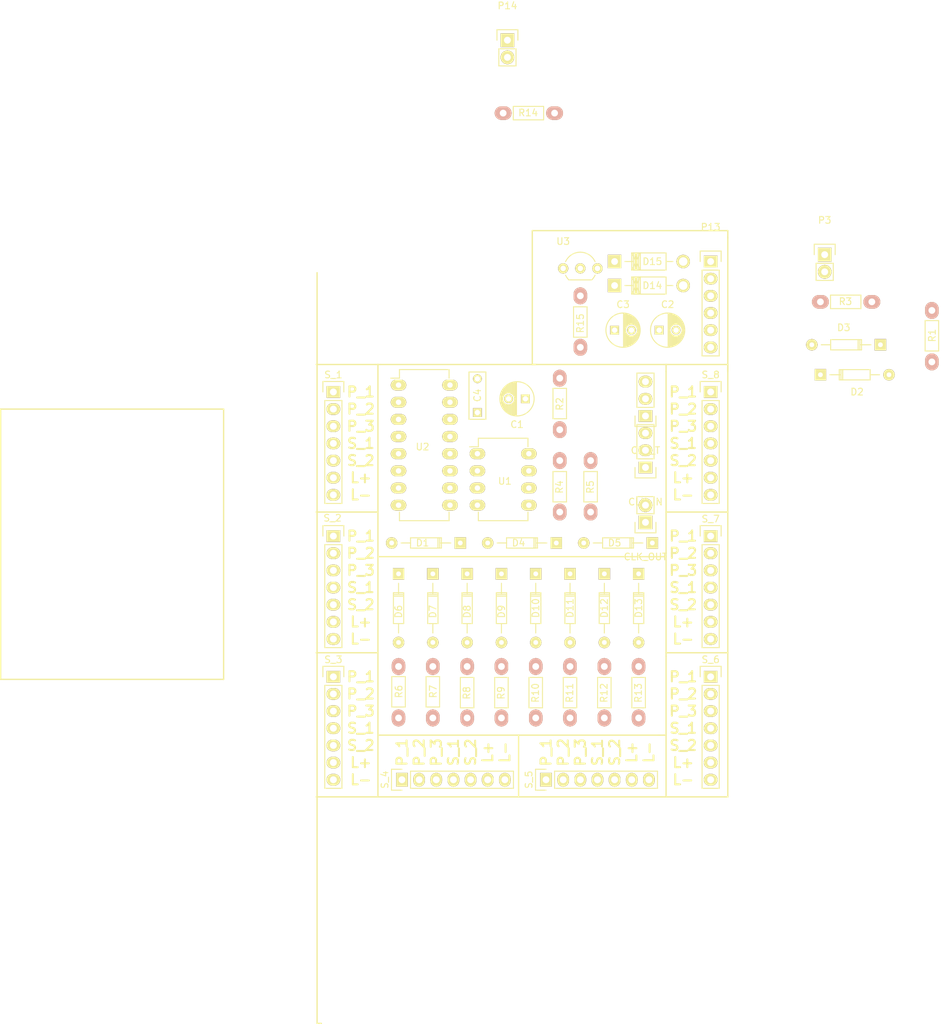
<source format=kicad_pcb>
(kicad_pcb (version 20221018) (generator pcbnew)
  (layers (0 "F.Cu" signal) (31 "B.Cu" signal) (34 "B.Paste" user) (35 "F.Paste" user) (36 "B.SilkS" user "B.Silkscreen") (37 "F.SilkS" user "F.Silkscreen") (38 "B.Mask" user) (39 "F.Mask" user) (44 "Edge.Cuts" user))
  (net 0 "")
  (net 1 "GND")
  (net 2 "+5V")
  (net 3 "Net-(D1-Pad1)")
  (net 4 "Net-(D10-Pad2)")
  (net 5 "Net-(D11-Pad2)")
  (net 6 "Net-(D12-Pad2)")
  (net 7 "Net-(D13-Pad2)")
  (net 8 "Net-(C2-Pad1)")
  (net 9 "Net-(D1-Pad2)")
  (net 10 "Net-(D2-Pad2)")
  (net 11 "Net-(D9-Pad2)")
  (net 12 "Net-(D9-Pad1)")
  (net 13 "Net-(D10-Pad1)")
  (net 14 "Net-(D11-Pad1)")
  (net 15 "Net-(D12-Pad1)")
  (net 16 "Net-(D13-Pad1)")
  (net 17 "Net-(P5-Pad1)")
  (net 18 "Net-(P5-Pad6)")
  (net 19 "Net-(P6-Pad1)")
  (net 20 "Net-(P6-Pad6)")
  (net 21 "Net-(P7-Pad1)")
  (net 22 "Net-(P7-Pad6)")
  (net 23 "Net-(P8-Pad1)")
  (net 24 "Net-(P8-Pad6)")
  (net 25 "Net-(P9-Pad1)")
  (net 26 "Net-(P9-Pad6)")
  (net 27 "Net-(P10-Pad1)")
  (net 28 "Net-(P10-Pad6)")
  (net 29 "Net-(P11-Pad1)")
  (net 30 "Net-(P11-Pad6)")
  (net 31 "Net-(C1-Pad1)")
  (net 32 "Net-(P13-Pad2)")
  (net 33 "Net-(P14-Pad2)")
  (net 34 "Net-(D4-Pad2)")
  (net 35 "Net-(D6-Pad2)")
  (net 36 "Net-(D6-Pad1)")
  (net 37 "Net-(D7-Pad2)")
  (net 38 "Net-(D7-Pad1)")
  (net 39 "Net-(D8-Pad2)")
  (net 40 "Net-(D8-Pad1)")
  (net 41 "Net-(P1-Pad2)")
  (net 42 "Net-(P4-Pad2)")
  (net 43 "Net-(P10-Pad5)")
  (net 44 "Net-(P12-Pad1)")
  (net 45 "Net-(R3-Pad1)")
  (net 46 "Net-(P12-Pad6)")
  (net 47 "Net-(P13-Pad5)")
  (footprint "Capacitors_ThroughHole:C_Rect_L7_W2.5_P5" (layer "F.Cu") (at 156.464 46.736 90)
    (fp_text reference "C4" (at 2.54 0 90) (layer "F.SilkS"))
    (fp_text value "100nF" hide)
    (pad "1" thru_hole rect (at 0 0 90) (size 1.3 1.3) (drill 0.8) (layers "*.Cu" "*.Mask" "F.SilkS") (net 2 "+5V"))
    (pad "2" thru_hole circle (at 5 0 90) (size 1.3 1.3) (drill 0.8) (layers "*.Cu" "*.Mask" "F.SilkS") (net 1 "GND"))
  )
  (footprint "Diodes_ThroughHole:Diode_DO-35_SOD27_Horizontal_RM10" (layer "F.Cu") (at 153.924 66.04 180)
    (fp_text reference "D1" (at 5.588 0 180) (layer "F.SilkS"))
    (fp_text value "1N4148" hide)
    (pad "1" thru_hole rect (at 0.00052 -0.00254) (size 1.69926 1.69926) (drill 0.70104) (layers "*.Cu" "*.Mask" "F.SilkS") (net 3 "Net-(D1-Pad1)"))
    (pad "2" thru_hole circle (at 10.16052 -0.00254) (size 1.69926 1.69926) (drill 0.70104) (layers "*.Cu" "*.Mask" "F.SilkS") (net 9 "Net-(D1-Pad2)"))
  )
  (footprint "Capacitors_ThroughHole:C_Radial_D5_L11_P2.5" (layer "F.Cu") (at 183.388 34.544)
    (fp_text reference "C2" (at 1.25 -3.8) (layer "F.SilkS"))
    (fp_text value "220uF" hide)
    (pad "1" thru_hole rect (at 0 0) (size 1.3 1.3) (drill 0.8) (layers "*.Cu" "*.Mask" "F.SilkS") (net 8 "Net-(C2-Pad1)"))
    (pad "2" thru_hole circle (at 2.5 0) (size 1.3 1.3) (drill 0.8) (layers "*.Cu" "*.Mask" "F.SilkS") (net 1 "GND"))
  )
  (footprint "synth-diy:Resistor_Horizontal_RM7mm_Wide" (layer "F.Cu") (at 223.774 31.623 -90)
    (fp_text reference "R1" (at 3.70892 -0.05012 270) (layer "F.SilkS"))
    (fp_text value "1k")
    (pad "1" thru_hole oval (at 0 0 270) (size 2.5 2) (drill 1.00076) (layers "*.Cu" "*.SilkS" "*.Mask") (net 10 "Net-(D2-Pad2)"))
    (pad "2" thru_hole oval (at 7.62 0 270) (size 2.5 2) (drill 1.00076) (layers "*.Cu" "*.SilkS" "*.Mask") (net 1 "GND"))
  )
  (footprint "synth-diy:Resistor_Horizontal_RM7mm_Wide" (layer "F.Cu") (at 168.656 41.656 -90)
    (fp_text reference "R2" (at 3.81 0 270) (layer "F.SilkS"))
    (fp_text value "1k" hide)
    (pad "1" thru_hole oval (at 0 0 270) (size 2.5 2) (drill 1.00076) (layers "*.Cu" "*.SilkS" "*.Mask") (net 42 "Net-(P4-Pad2)"))
    (pad "2" thru_hole oval (at 7.62 0 270) (size 2.5 2) (drill 1.00076) (layers "*.Cu" "*.SilkS" "*.Mask") (net 31 "Net-(C1-Pad1)"))
  )
  (footprint "synth-diy:Resistor_Horizontal_RM7mm_Wide" (layer "F.Cu") (at 207.264 30.353)
    (fp_text reference "R3" (at 3.70892 -0.05012) (layer "F.SilkS"))
    (fp_text value "20k")
    (pad "1" thru_hole oval (at 0 0) (size 2.5 2) (drill 1.00076) (layers "*.Cu" "*.SilkS" "*.Mask") (net 45 "Net-(R3-Pad1)"))
    (pad "2" thru_hole oval (at 7.62 0) (size 2.5 2) (drill 1.00076) (layers "*.Cu" "*.SilkS" "*.Mask") (net 10 "Net-(D2-Pad2)"))
  )
  (footprint "synth-diy:Resistor_Horizontal_RM7mm_Wide" (layer "F.Cu") (at 168.656 61.468 90)
    (fp_text reference "R4" (at 3.70892 -0.05012 90) (layer "F.SilkS"))
    (fp_text value "20k" hide)
    (pad "1" thru_hole oval (at 0 0 90) (size 2.5 2) (drill 1.00076) (layers "*.Cu" "*.SilkS" "*.Mask") (net 34 "Net-(D4-Pad2)"))
    (pad "2" thru_hole oval (at 7.62 0 90) (size 2.5 2) (drill 1.00076) (layers "*.Cu" "*.SilkS" "*.Mask") (net 9 "Net-(D1-Pad2)"))
  )
  (footprint "synth-diy:Resistor_Horizontal_RM7mm_Wide" (layer "F.Cu") (at 173.228 61.468 90)
    (fp_text reference "R5" (at 3.70892 -0.05012 90) (layer "F.SilkS"))
    (fp_text value "1k" hide)
    (pad "1" thru_hole oval (at 0 0 90) (size 2.5 2) (drill 1.00076) (layers "*.Cu" "*.SilkS" "*.Mask") (net 1 "GND"))
    (pad "2" thru_hole oval (at 7.62 0 90) (size 2.5 2) (drill 1.00076) (layers "*.Cu" "*.SilkS" "*.Mask") (net 34 "Net-(D4-Pad2)"))
  )
  (footprint "synth-diy:Resistor_Horizontal_RM7mm_Wide" (layer "F.Cu") (at 144.78 84.328 -90)
    (fp_text reference "R6" (at 3.70892 -0.05012 270) (layer "F.SilkS"))
    (fp_text value "10k" hide)
    (pad "1" thru_hole oval (at 0 0 270) (size 2.5 2) (drill 1.00076) (layers "*.Cu" "*.SilkS" "*.Mask") (net 18 "Net-(P5-Pad6)"))
    (pad "2" thru_hole oval (at 7.62 0 270) (size 2.5 2) (drill 1.00076) (layers "*.Cu" "*.SilkS" "*.Mask") (net 17 "Net-(P5-Pad1)"))
  )
  (footprint "synth-diy:Resistor_Horizontal_RM7mm_Wide" (layer "F.Cu") (at 149.86 84.328 -90)
    (fp_text reference "R7" (at 3.70892 -0.05012 270) (layer "F.SilkS"))
    (fp_text value "10k" hide)
    (pad "1" thru_hole oval (at 0 0 270) (size 2.5 2) (drill 1.00076) (layers "*.Cu" "*.SilkS" "*.Mask") (net 20 "Net-(P6-Pad6)"))
    (pad "2" thru_hole oval (at 7.62 0 270) (size 2.5 2) (drill 1.00076) (layers "*.Cu" "*.SilkS" "*.Mask") (net 19 "Net-(P6-Pad1)"))
  )
  (footprint "Diodes_ThroughHole:Diode_DO-35_SOD27_Horizontal_RM10" (layer "F.Cu") (at 207.264 41.148)
    (fp_text reference "D2" (at 5.43052 2.53746) (layer "F.SilkS"))
    (fp_text value "1N4148")
    (pad "1" thru_hole rect (at 0.00052 -0.00254 180) (size 1.69926 1.69926) (drill 0.70104) (layers "*.Cu" "*.Mask" "F.SilkS") (net 2 "+5V"))
    (pad "2" thru_hole circle (at 10.16052 -0.00254 180) (size 1.69926 1.69926) (drill 0.70104) (layers "*.Cu" "*.Mask" "F.SilkS") (net 10 "Net-(D2-Pad2)"))
  )
  (footprint "Diodes_ThroughHole:Diode_DO-35_SOD27_Horizontal_RM10" (layer "F.Cu") (at 168.148 66.04 180)
    (fp_text reference "D4" (at 5.588 0 180) (layer "F.SilkS"))
    (fp_text value "1N4148" hide)
    (pad "1" thru_hole rect (at 0.00052 -0.00254) (size 1.69926 1.69926) (drill 0.70104) (layers "*.Cu" "*.Mask" "F.SilkS") (net 2 "+5V"))
    (pad "2" thru_hole circle (at 10.16052 -0.00254) (size 1.69926 1.69926) (drill 0.70104) (layers "*.Cu" "*.Mask" "F.SilkS") (net 34 "Net-(D4-Pad2)"))
  )
  (footprint "Diodes_ThroughHole:Diode_DO-35_SOD27_Horizontal_RM10" (layer "F.Cu") (at 182.372 66.04 180)
    (fp_text reference "D5" (at 5.588 0 180) (layer "F.SilkS"))
    (fp_text value "1N4148" hide)
    (pad "1" thru_hole rect (at 0.00052 -0.00254) (size 1.69926 1.69926) (drill 0.70104) (layers "*.Cu" "*.Mask" "F.SilkS") (net 34 "Net-(D4-Pad2)"))
    (pad "2" thru_hole circle (at 10.16052 -0.00254) (size 1.69926 1.69926) (drill 0.70104) (layers "*.Cu" "*.Mask" "F.SilkS") (net 1 "GND"))
  )
  (footprint "Diodes_ThroughHole:Diode_DO-35_SOD27_Horizontal_RM10" (layer "F.Cu") (at 149.86 70.612 -90)
    (fp_text reference "D7" (at 5.588 0 270) (layer "F.SilkS"))
    (fp_text value "1N4148" hide)
    (pad "1" thru_hole rect (at 0.00052 -0.00254 90) (size 1.69926 1.69926) (drill 0.70104) (layers "*.Cu" "*.Mask" "F.SilkS") (net 38 "Net-(D7-Pad1)"))
    (pad "2" thru_hole circle (at 10.16052 -0.00254 90) (size 1.69926 1.69926) (drill 0.70104) (layers "*.Cu" "*.Mask" "F.SilkS") (net 37 "Net-(D7-Pad2)"))
  )
  (footprint "Diodes_ThroughHole:Diode_DO-35_SOD27_Horizontal_RM10" (layer "F.Cu") (at 160.02 70.612 -90)
    (fp_text reference "D9" (at 5.588 0 270) (layer "F.SilkS"))
    (fp_text value "1N4148" hide)
    (pad "1" thru_hole rect (at 0.00052 -0.00254 90) (size 1.69926 1.69926) (drill 0.70104) (layers "*.Cu" "*.Mask" "F.SilkS") (net 12 "Net-(D9-Pad1)"))
    (pad "2" thru_hole circle (at 10.16052 -0.00254 90) (size 1.69926 1.69926) (drill 0.70104) (layers "*.Cu" "*.Mask" "F.SilkS") (net 11 "Net-(D9-Pad2)"))
  )
  (footprint "Diodes_ThroughHole:Diode_DO-35_SOD27_Horizontal_RM10" (layer "F.Cu") (at 165.1 70.612 -90)
    (fp_text reference "D10" (at 5.08 0 270) (layer "F.SilkS"))
    (fp_text value "1N4148" hide)
    (pad "1" thru_hole rect (at 0.00052 -0.00254 90) (size 1.69926 1.69926) (drill 0.70104) (layers "*.Cu" "*.Mask" "F.SilkS") (net 13 "Net-(D10-Pad1)"))
    (pad "2" thru_hole circle (at 10.16052 -0.00254 90) (size 1.69926 1.69926) (drill 0.70104) (layers "*.Cu" "*.Mask" "F.SilkS") (net 4 "Net-(D10-Pad2)"))
  )
  (footprint "Diodes_ThroughHole:Diode_DO-35_SOD27_Horizontal_RM10" (layer "F.Cu") (at 170.18 70.612 -90)
    (fp_text reference "D11" (at 5.08 0 270) (layer "F.SilkS"))
    (fp_text value "1N4148" hide)
    (pad "1" thru_hole rect (at 0.00052 -0.00254 90) (size 1.69926 1.69926) (drill 0.70104) (layers "*.Cu" "*.Mask" "F.SilkS") (net 14 "Net-(D11-Pad1)"))
    (pad "2" thru_hole circle (at 10.16052 -0.00254 90) (size 1.69926 1.69926) (drill 0.70104) (layers "*.Cu" "*.Mask" "F.SilkS") (net 5 "Net-(D11-Pad2)"))
  )
  (footprint "Diodes_ThroughHole:Diode_DO-35_SOD27_Horizontal_RM10" (layer "F.Cu") (at 175.26 70.612 -90)
    (fp_text reference "D12" (at 5.08 0 270) (layer "F.SilkS"))
    (fp_text value "1N4148" hide)
    (pad "1" thru_hole rect (at 0.00052 -0.00254 90) (size 1.69926 1.69926) (drill 0.70104) (layers "*.Cu" "*.Mask" "F.SilkS") (net 15 "Net-(D12-Pad1)"))
    (pad "2" thru_hole circle (at 10.16052 -0.00254 90) (size 1.69926 1.69926) (drill 0.70104) (layers "*.Cu" "*.Mask" "F.SilkS") (net 6 "Net-(D12-Pad2)"))
  )
  (footprint "Diodes_ThroughHole:Diode_DO-35_SOD27_Horizontal_RM10" (layer "F.Cu") (at 180.34 70.612 -90)
    (fp_text reference "D13" (at 5.08 0 270) (layer "F.SilkS"))
    (fp_text value "1N4148" hide)
    (pad "1" thru_hole rect (at 0.00052 -0.00254 90) (size 1.69926 1.69926) (drill 0.70104) (layers "*.Cu" "*.Mask" "F.SilkS") (net 16 "Net-(D13-Pad1)"))
    (pad "2" thru_hole circle (at 10.16052 -0.00254 90) (size 1.69926 1.69926) (drill 0.70104) (layers "*.Cu" "*.Mask" "F.SilkS") (net 7 "Net-(D13-Pad2)"))
  )
  (footprint "Pin_Headers:Pin_Header_Straight_1x02" (layer "F.Cu") (at 207.899 23.368)
    (fp_text reference "P3" (at 0 -5.1) (layer "F.SilkS"))
    (fp_text value "RST")
    (pad "1" thru_hole rect (at 0 0) (size 2.032 2.032) (drill 1.016) (layers "*.Cu" "*.Mask" "F.SilkS") (net 1 "GND"))
    (pad "2" thru_hole oval (at 0 2.54) (size 2.032 2.032) (drill 1.016) (layers "*.Cu" "*.Mask" "F.SilkS") (net 10 "Net-(D2-Pad2)"))
  )
  (footprint "Pin_Headers:Pin_Header_Straight_1x07" (layer "F.Cu") (at 135.128 43.688)
    (fp_text reference "S_1" (at 0 -2.54) (layer "F.SilkS"))
    (fp_text value "STEP_1" hide)
    (pad "1" thru_hole rect (at 0 0) (size 2.032 1.7272) (drill 1.016) (layers "*.Cu" "*.Mask" "F.SilkS") (net 17 "Net-(P5-Pad1)"))
    (pad "2" thru_hole oval (at 0 2.54) (size 2.032 1.7272) (drill 1.016) (layers "*.Cu" "*.Mask" "F.SilkS") (net 35 "Net-(D6-Pad2)"))
    (pad "3" thru_hole oval (at 0 5.08) (size 2.032 1.7272) (drill 1.016) (layers "*.Cu" "*.Mask" "F.SilkS") (net 1 "GND"))
    (pad "4" thru_hole oval (at 0 7.62) (size 2.032 1.7272) (drill 1.016) (layers "*.Cu" "*.Mask" "F.SilkS") (net 36 "Net-(D6-Pad1)"))
    (pad "5" thru_hole oval (at 0 10.16) (size 2.032 1.7272) (drill 1.016) (layers "*.Cu" "*.Mask" "F.SilkS") (net 43 "Net-(P10-Pad5)"))
    (pad "6" thru_hole oval (at 0 12.7) (size 2.032 1.7272) (drill 1.016) (layers "*.Cu" "*.Mask" "F.SilkS") (net 18 "Net-(P5-Pad6)"))
    (pad "7" thru_hole oval (at 0 15.24) (size 2.032 1.7272) (drill 1.016) (layers "*.Cu" "*.Mask" "F.SilkS") (net 1 "GND"))
  )
  (footprint "Pin_Headers:Pin_Header_Straight_1x07" (layer "F.Cu") (at 135.128 65.024)
    (fp_text reference "S_2" (at -0.127 -2.667) (layer "F.SilkS"))
    (fp_text value "STEP_2" hide)
    (pad "1" thru_hole rect (at 0 0) (size 2.032 1.7272) (drill 1.016) (layers "*.Cu" "*.Mask" "F.SilkS") (net 19 "Net-(P6-Pad1)"))
    (pad "2" thru_hole oval (at 0 2.54) (size 2.032 1.7272) (drill 1.016) (layers "*.Cu" "*.Mask" "F.SilkS") (net 37 "Net-(D7-Pad2)"))
    (pad "3" thru_hole oval (at 0 5.08) (size 2.032 1.7272) (drill 1.016) (layers "*.Cu" "*.Mask" "F.SilkS") (net 1 "GND"))
    (pad "4" thru_hole oval (at 0 7.62) (size 2.032 1.7272) (drill 1.016) (layers "*.Cu" "*.Mask" "F.SilkS") (net 38 "Net-(D7-Pad1)"))
    (pad "5" thru_hole oval (at 0 10.16) (size 2.032 1.7272) (drill 1.016) (layers "*.Cu" "*.Mask" "F.SilkS") (net 43 "Net-(P10-Pad5)"))
    (pad "6" thru_hole oval (at 0 12.7) (size 2.032 1.7272) (drill 1.016) (layers "*.Cu" "*.Mask" "F.SilkS") (net 20 "Net-(P6-Pad6)"))
    (pad "7" thru_hole oval (at 0 15.24) (size 2.032 1.7272) (drill 1.016) (layers "*.Cu" "*.Mask" "F.SilkS") (net 1 "GND"))
  )
  (footprint "Pin_Headers:Pin_Header_Straight_1x07" (layer "F.Cu") (at 135.128 85.852)
    (fp_text reference "S_3" (at 0 -2.54) (layer "F.SilkS"))
    (fp_text value "STEP_3" hide)
    (pad "1" thru_hole rect (at 0 0) (size 2.032 1.7272) (drill 1.016) (layers "*.Cu" "*.Mask" "F.SilkS") (net 21 "Net-(P7-Pad1)"))
    (pad "2" thru_hole oval (at 0 2.54) (size 2.032 1.7272) (drill 1.016) (layers "*.Cu" "*.Mask" "F.SilkS") (net 39 "Net-(D8-Pad2)"))
    (pad "3" thru_hole oval (at 0 5.08) (size 2.032 1.7272) (drill 1.016) (layers "*.Cu" "*.Mask" "F.SilkS") (net 1 "GND"))
    (pad "4" thru_hole oval (at 0 7.62) (size 2.032 1.7272) (drill 1.016) (layers "*.Cu" "*.Mask" "F.SilkS") (net 40 "Net-(D8-Pad1)"))
    (pad "5" thru_hole oval (at 0 10.16) (size 2.032 1.7272) (drill 1.016) (layers "*.Cu" "*.Mask" "F.SilkS") (net 43 "Net-(P10-Pad5)"))
    (pad "6" thru_hole oval (at 0 12.7) (size 2.032 1.7272) (drill 1.016) (layers "*.Cu" "*.Mask" "F.SilkS") (net 22 "Net-(P7-Pad6)"))
    (pad "7" thru_hole oval (at 0 15.24) (size 2.032 1.7272) (drill 1.016) (layers "*.Cu" "*.Mask" "F.SilkS") (net 1 "GND"))
  )
  (footprint "Pin_Headers:Pin_Header_Straight_1x07" (layer "F.Cu") (at 145.288 101.092 90)
    (fp_text reference "S_4" (at 0 -2.54 90) (layer "F.SilkS"))
    (fp_text value "STEP_4" hide)
    (pad "1" thru_hole rect (at 0 0 90) (size 2.032 1.7272) (drill 1.016) (layers "*.Cu" "*.Mask" "F.SilkS") (net 23 "Net-(P8-Pad1)"))
    (pad "2" thru_hole oval (at 0 2.54 90) (size 2.032 1.7272) (drill 1.016) (layers "*.Cu" "*.Mask" "F.SilkS") (net 11 "Net-(D9-Pad2)"))
    (pad "3" thru_hole oval (at 0 5.08 90) (size 2.032 1.7272) (drill 1.016) (layers "*.Cu" "*.Mask" "F.SilkS") (net 1 "GND"))
    (pad "4" thru_hole oval (at 0 7.62 90) (size 2.032 1.7272) (drill 1.016) (layers "*.Cu" "*.Mask" "F.SilkS") (net 12 "Net-(D9-Pad1)"))
    (pad "5" thru_hole oval (at 0 10.16 90) (size 2.032 1.7272) (drill 1.016) (layers "*.Cu" "*.Mask" "F.SilkS") (net 43 "Net-(P10-Pad5)"))
    (pad "6" thru_hole oval (at 0 12.7 90) (size 2.032 1.7272) (drill 1.016) (layers "*.Cu" "*.Mask" "F.SilkS") (net 24 "Net-(P8-Pad6)"))
    (pad "7" thru_hole oval (at 0 15.24 90) (size 2.032 1.7272) (drill 1.016) (layers "*.Cu" "*.Mask" "F.SilkS") (net 1 "GND"))
  )
  (footprint "Pin_Headers:Pin_Header_Straight_1x07" (layer "F.Cu") (at 166.624 101.092 90)
    (fp_text reference "S_5" (at 0 -2.54 90) (layer "F.SilkS"))
    (fp_text value "STEP_5" hide)
    (pad "1" thru_hole rect (at 0 0 90) (size 2.032 1.7272) (drill 1.016) (layers "*.Cu" "*.Mask" "F.SilkS") (net 25 "Net-(P9-Pad1)"))
    (pad "2" thru_hole oval (at 0 2.54 90) (size 2.032 1.7272) (drill 1.016) (layers "*.Cu" "*.Mask" "F.SilkS") (net 4 "Net-(D10-Pad2)"))
    (pad "3" thru_hole oval (at 0 5.08 90) (size 2.032 1.7272) (drill 1.016) (layers "*.Cu" "*.Mask" "F.SilkS") (net 1 "GND"))
    (pad "4" thru_hole oval (at 0 7.62 90) (size 2.032 1.7272) (drill 1.016) (layers "*.Cu" "*.Mask" "F.SilkS") (net 13 "Net-(D10-Pad1)"))
    (pad "5" thru_hole oval (at 0 10.16 90) (size 2.032 1.7272) (drill 1.016) (layers "*.Cu" "*.Mask" "F.SilkS") (net 43 "Net-(P10-Pad5)"))
    (pad "6" thru_hole oval (at 0 12.7 90) (size 2.032 1.7272) (drill 1.016) (layers "*.Cu" "*.Mask" "F.SilkS") (net 26 "Net-(P9-Pad6)"))
    (pad "7" thru_hole oval (at 0 15.24 90) (size 2.032 1.7272) (drill 1.016) (layers "*.Cu" "*.Mask" "F.SilkS") (net 1 "GND"))
  )
  (footprint "Pin_Headers:Pin_Header_Straight_1x07" (layer "F.Cu") (at 191.008 85.852)
    (fp_text reference "S_6" (at 0 -2.54) (layer "F.SilkS"))
    (fp_text value "STEP_6" hide)
    (pad "1" thru_hole rect (at 0 0) (size 2.032 1.7272) (drill 1.016) (layers "*.Cu" "*.Mask" "F.SilkS") (net 27 "Net-(P10-Pad1)"))
    (pad "2" thru_hole oval (at 0 2.54) (size 2.032 1.7272) (drill 1.016) (layers "*.Cu" "*.Mask" "F.SilkS") (net 5 "Net-(D11-Pad2)"))
    (pad "3" thru_hole oval (at 0 5.08) (size 2.032 1.7272) (drill 1.016) (layers "*.Cu" "*.Mask" "F.SilkS") (net 1 "GND"))
    (pad "4" thru_hole oval (at 0 7.62) (size 2.032 1.7272) (drill 1.016) (layers "*.Cu" "*.Mask" "F.SilkS") (net 14 "Net-(D11-Pad1)"))
    (pad "5" thru_hole oval (at 0 10.16) (size 2.032 1.7272) (drill 1.016) (layers "*.Cu" "*.Mask" "F.SilkS") (net 43 "Net-(P10-Pad5)"))
    (pad "6" thru_hole oval (at 0 12.7) (size 2.032 1.7272) (drill 1.016) (layers "*.Cu" "*.Mask" "F.SilkS") (net 28 "Net-(P10-Pad6)"))
    (pad "7" thru_hole oval (at 0 15.24) (size 2.032 1.7272) (drill 1.016) (layers "*.Cu" "*.Mask" "F.SilkS") (net 1 "GND"))
  )
  (footprint "Pin_Headers:Pin_Header_Straight_1x07" (layer "F.Cu") (at 191.008 65.024)
    (fp_text reference "S_7" (at 0 -2.54) (layer "F.SilkS"))
    (fp_text value "STEP_7" hide)
    (pad "1" thru_hole rect (at 0 0) (size 2.032 1.7272) (drill 1.016) (layers "*.Cu" "*.Mask" "F.SilkS") (net 29 "Net-(P11-Pad1)"))
    (pad "2" thru_hole oval (at 0 2.54) (size 2.032 1.7272) (drill 1.016) (layers "*.Cu" "*.Mask" "F.SilkS") (net 6 "Net-(D12-Pad2)"))
    (pad "3" thru_hole oval (at 0 5.08) (size 2.032 1.7272) (drill 1.016) (layers "*.Cu" "*.Mask" "F.SilkS") (net 1 "GND"))
    (pad "4" thru_hole oval (at 0 7.62) (size 2.032 1.7272) (drill 1.016) (layers "*.Cu" "*.Mask" "F.SilkS") (net 15 "Net-(D12-Pad1)"))
    (pad "5" thru_hole oval (at 0 10.16) (size 2.032 1.7272) (drill 1.016) (layers "*.Cu" "*.Mask" "F.SilkS") (net 43 "Net-(P10-Pad5)"))
    (pad "6" thru_hole oval (at 0 12.7) (size 2.032 1.7272) (drill 1.016) (layers "*.Cu" "*.Mask" "F.SilkS") (net 30 "Net-(P11-Pad6)"))
    (pad "7" thru_hole oval (at 0 15.24) (size 2.032 1.7272) (drill 1.016) (layers "*.Cu" "*.Mask" "F.SilkS") (net 1 "GND"))
  )
  (footprint "synth-diy:Resistor_Horizontal_RM7mm_Wide" (layer "F.Cu") (at 154.94 91.948 90)
    (fp_text reference "R8" (at 3.70892 -0.05012 90) (layer "F.SilkS"))
    (fp_text value "10k" hide)
    (pad "1" thru_hole oval (at 0 0 90) (size 2.5 2) (drill 1.00076) (layers "*.Cu" "*.SilkS" "*.Mask") (net 22 "Net-(P7-Pad6)"))
    (pad "2" thru_hole oval (at 7.62 0 90) (size 2.5 2) (drill 1.00076) (layers "*.Cu" "*.SilkS" "*.Mask") (net 21 "Net-(P7-Pad1)"))
  )
  (footprint "synth-diy:Resistor_Horizontal_RM7mm_Wide" (layer "F.Cu") (at 160.02 91.948 90)
    (fp_text reference "R9" (at 3.70892 -0.05012 90) (layer "F.SilkS"))
    (fp_text value "10k" hide)
    (pad "1" thru_hole oval (at 0 0 90) (size 2.5 2) (drill 1.00076) (layers "*.Cu" "*.SilkS" "*.Mask") (net 24 "Net-(P8-Pad6)"))
    (pad "2" thru_hole oval (at 7.62 0 90) (size 2.5 2) (drill 1.00076) (layers "*.Cu" "*.SilkS" "*.Mask") (net 23 "Net-(P8-Pad1)"))
  )
  (footprint "synth-diy:Resistor_Horizontal_RM7mm_Wide" (layer "F.Cu") (at 165.1 91.948 90)
    (fp_text reference "R10" (at 3.70892 -0.05012 90) (layer "F.SilkS"))
    (fp_text value "10k" hide)
    (pad "1" thru_hole oval (at 0 0 90) (size 2.5 2) (drill 1.00076) (layers "*.Cu" "*.SilkS" "*.Mask") (net 26 "Net-(P9-Pad6)"))
    (pad "2" thru_hole oval (at 7.62 0 90) (size 2.5 2) (drill 1.00076) (layers "*.Cu" "*.SilkS" "*.Mask") (net 25 "Net-(P9-Pad1)"))
  )
  (footprint "synth-diy:Resistor_Horizontal_RM7mm_Wide" (layer "F.Cu") (at 170.18 91.948 90)
    (fp_text reference "R11" (at 3.70892 -0.05012 90) (layer "F.SilkS"))
    (fp_text value "10k" hide)
    (pad "1" thru_hole oval (at 0 0 90) (size 2.5 2) (drill 1.00076) (layers "*.Cu" "*.SilkS" "*.Mask") (net 28 "Net-(P10-Pad6)"))
    (pad "2" thru_hole oval (at 7.62 0 90) (size 2.5 2) (drill 1.00076) (layers "*.Cu" "*.SilkS" "*.Mask") (net 27 "Net-(P10-Pad1)"))
  )
  (footprint "synth-diy:Resistor_Horizontal_RM7mm_Wide" (layer "F.Cu") (at 175.26 91.948 90)
    (fp_text reference "R12" (at 3.70892 -0.05012 90) (layer "F.SilkS"))
    (fp_text value "10k" hide)
    (pad "1" thru_hole oval (at 0 0 90) (size 2.5 2) (drill 1.00076) (layers "*.Cu" "*.SilkS" "*.Mask") (net 30 "Net-(P11-Pad6)"))
    (pad "2" thru_hole oval (at 7.62 0 90) (size 2.5 2) (drill 1.00076) (layers "*.Cu" "*.SilkS" "*.Mask") (net 29 "Net-(P11-Pad1)"))
  )
  (footprint "synth-diy:Resistor_Horizontal_RM7mm_Wide" (layer "F.Cu") (at 180.34 91.948 90)
    (fp_text reference "R13" (at 3.70892 -0.05012 90) (layer "F.SilkS"))
    (fp_text value "10k" hide)
    (pad "1" thru_hole oval (at 0 0 90) (size 2.5 2) (drill 1.00076) (layers "*.Cu" "*.SilkS" "*.Mask") (net 46 "Net-(P12-Pad6)"))
    (pad "2" thru_hole oval (at 7.62 0 90) (size 2.5 2) (drill 1.00076) (layers "*.Cu" "*.SilkS" "*.Mask") (net 44 "Net-(P12-Pad1)"))
  )
  (footprint "synth-diy:Resistor_Horizontal_RM7mm_Wide" (layer "F.Cu") (at 160.274 2.413)
    (fp_text reference "R14" (at 3.70892 -0.05012) (layer "F.SilkS"))
    (fp_text value "1k")
    (pad "1" thru_hole oval (at 0 0) (size 2.5 2) (drill 1.00076) (layers "*.Cu" "*.SilkS" "*.Mask") (net 33 "Net-(P14-Pad2)"))
    (pad "2" thru_hole oval (at 7.62 0) (size 2.5 2) (drill 1.00076) (layers "*.Cu" "*.SilkS" "*.Mask") (net 43 "Net-(P10-Pad5)"))
  )
  (footprint "Capacitors_ThroughHole:C_Radial_D5_L11_P2.5" (layer "F.Cu") (at 163.576 44.704 180)
    (fp_text reference "C1" (at 1.25 -3.8 180) (layer "F.SilkS"))
    (fp_text value "10uF")
    (pad "1" thru_hole rect (at 0 0 180) (size 1.3 1.3) (drill 0.8) (layers "*.Cu" "*.Mask" "F.SilkS") (net 31 "Net-(C1-Pad1)"))
    (pad "2" thru_hole circle (at 2.5 0 180) (size 1.3 1.3) (drill 0.8) (layers "*.Cu" "*.Mask" "F.SilkS") (net 1 "GND"))
  )
  (footprint "Capacitors_ThroughHole:C_Radial_D5_L11_P2.5" (layer "F.Cu") (at 176.784 34.544)
    (fp_text reference "C3" (at 1.25 -3.8) (layer "F.SilkS"))
    (fp_text value "47uF" hide)
    (pad "1" thru_hole rect (at 0 0) (size 1.3 1.3) (drill 0.8) (layers "*.Cu" "*.Mask" "F.SilkS") (net 2 "+5V"))
    (pad "2" thru_hole circle (at 2.5 0) (size 1.3 1.3) (drill 0.8) (layers "*.Cu" "*.Mask" "F.SilkS") (net 1 "GND"))
  )
  (footprint "Diodes_ThroughHole:Diode_DO-35_SOD27_Horizontal_RM10" (layer "F.Cu") (at 154.94 70.612 -90)
    (fp_text reference "D8" (at 5.588 0 270) (layer "F.SilkS"))
    (fp_text value "1N4148" hide)
    (pad "1" thru_hole rect (at 0.00052 -0.00254 90) (size 1.69926 1.69926) (drill 0.70104) (layers "*.Cu" "*.Mask" "F.SilkS") (net 40 "Net-(D8-Pad1)"))
    (pad "2" thru_hole circle (at 10.16052 -0.00254 90) (size 1.69926 1.69926) (drill 0.70104) (layers "*.Cu" "*.Mask" "F.SilkS") (net 39 "Net-(D8-Pad2)"))
  )
  (footprint "synth-diy:Resistor_Horizontal_RM7mm_Wide" (layer "F.Cu") (at 171.704 37.084 90)
    (fp_text reference "R15" (at 3.556 0 90) (layer "F.SilkS"))
    (fp_text value "10k")
    (pad "1" thru_hole oval (at 0 0 90) (size 2.5 2) (drill 1.00076) (layers "*.Cu" "*.SilkS" "*.Mask") (net 47 "Net-(P13-Pad5)"))
    (pad "2" thru_hole oval (at 7.62 0 90) (size 2.5 2) (drill 1.00076) (layers "*.Cu" "*.SilkS" "*.Mask") (net 8 "Net-(C2-Pad1)"))
  )
  (footprint "Diodes_ThroughHole:Diode_DO-35_SOD27_Horizontal_RM10" (layer "F.Cu") (at 216.154 36.703 180)
    (fp_text reference "D3" (at 5.43052 2.53746 180) (layer "F.SilkS"))
    (fp_text value "1N4148")
    (pad "1" thru_hole rect (at 0.00052 -0.00254) (size 1.69926 1.69926) (drill 0.70104) (layers "*.Cu" "*.Mask" "F.SilkS") (net 10 "Net-(D2-Pad2)"))
    (pad "2" thru_hole circle (at 10.16052 -0.00254) (size 1.69926 1.69926) (drill 0.70104) (layers "*.Cu" "*.Mask" "F.SilkS") (net 1 "GND"))
  )
  (footprint "Diodes_ThroughHole:Diode_DO-35_SOD27_Horizontal_RM10" (layer "F.Cu") (at 144.78 70.612 -90)
    (fp_text reference "D6" (at 5.588 0 270) (layer "F.SilkS"))
    (fp_text value "1N4148" hide)
    (pad "1" thru_hole rect (at 0.00052 -0.00254 90) (size 1.69926 1.69926) (drill 0.70104) (layers "*.Cu" "*.Mask" "F.SilkS") (net 36 "Net-(D6-Pad1)"))
    (pad "2" thru_hole circle (at 10.16052 -0.00254 90) (size 1.69926 1.69926) (drill 0.70104) (layers "*.Cu" "*.Mask" "F.SilkS") (net 35 "Net-(D6-Pad2)"))
  )
  (footprint "Diodes_ThroughHole:Diode_DO-41_SOD81_Horizontal_RM10" (layer "F.Cu") (at 176.784 27.94)
    (fp_text reference "D14" (at 5.588 0) (layer "F.SilkS"))
    (fp_text value "1N4004" hide)
    (pad "1" thru_hole rect (at 0 -0.00254 180) (size 1.99898 1.99898) (drill 1.00076) (layers "*.Cu" "*.Mask" "F.SilkS") (net 8 "Net-(C2-Pad1)"))
    (pad "2" thru_hole circle (at 10.16 -0.00254 180) (size 1.99898 1.99898) (drill 1.27) (layers "*.Cu" "*.Mask" "F.SilkS") (net 1 "GND"))
  )
  (footprint "Diodes_ThroughHole:Diode_DO-41_SOD81_Horizontal_RM10" (layer "F.Cu") (at 176.784 24.384)
    (fp_text reference "D15" (at 5.588 0) (layer "F.SilkS"))
    (fp_text value "1N4004" hide)
    (pad "1" thru_hole rect (at 0 -0.00254 180) (size 1.99898 1.99898) (drill 1.00076) (layers "*.Cu" "*.Mask" "F.SilkS") (net 8 "Net-(C2-Pad1)"))
    (pad "2" thru_hole circle (at 10.16 -0.00254 180) (size 1.99898 1.99898) (drill 1.27) (layers "*.Cu" "*.Mask" "F.SilkS") (net 2 "+5V"))
  )
  (footprint "Pin_Headers:Pin_Header_Straight_1x03" (layer "F.Cu") (at 181.356 54.864 180)
    (fp_text reference "CLK_IN" (at 0 -5.1 180) (layer "F.SilkS"))
    (fp_text value "CLK_IN" hide)
    (pad "1" thru_hole rect (at 0 0 180) (size 2.032 1.7272) (drill 1.016) (layers "*.Cu" "*.Mask" "F.SilkS") (net 1 "GND"))
    (pad "2" thru_hole oval (at 0 2.54 180) (size 2.032 1.7272) (drill 1.016) (layers "*.Cu" "*.Mask" "F.SilkS") (net 41 "Net-(P1-Pad2)"))
    (pad "3" thru_hole oval (at 0 5.08 180) (size 2.032 1.7272) (drill 1.016) (layers "*.Cu" "*.Mask" "F.SilkS") (net 34 "Net-(D4-Pad2)"))
  )
  (footprint "Pin_Headers:Pin_Header_Straight_1x02" (layer "F.Cu") (at 181.356 62.992 180)
    (fp_text reference "CLK_OUT" (at 0 -5.1 180) (layer "F.SilkS"))
    (fp_text value "CLK_OUT" hide)
    (pad "1" thru_hole rect (at 0 0 180) (size 2.032 2.032) (drill 1.016) (layers "*.Cu" "*.Mask" "F.SilkS") (net 1 "GND"))
    (pad "2" thru_hole oval (at 0 2.54 180) (size 2.032 2.032) (drill 1.016) (layers "*.Cu" "*.Mask" "F.SilkS") (net 3 "Net-(D1-Pad1)"))
  )
  (footprint "Pin_Headers:Pin_Header_Straight_1x03" (layer "F.Cu") (at 181.356 47.244 180)
    (fp_text reference "CLK_T" (at 0 -5.1 180) (layer "F.SilkS"))
    (fp_text value "CLK_TIME" hide)
    (pad "1" thru_hole rect (at 0 0 180) (size 2.032 1.7272) (drill 1.016) (layers "*.Cu" "*.Mask" "F.SilkS") (net 2 "+5V"))
    (pad "2" thru_hole oval (at 0 2.54 180) (size 2.032 1.7272) (drill 1.016) (layers "*.Cu" "*.Mask" "F.SilkS") (net 42 "Net-(P4-Pad2)"))
    (pad "3" thru_hole oval (at 0 5.08 180) (size 2.032 1.7272) (drill 1.016) (layers "*.Cu" "*.Mask" "F.SilkS") (net 42 "Net-(P4-Pad2)"))
  )
  (footprint "Pin_Headers:Pin_Header_Straight_1x07" (layer "F.Cu") (at 191.008 43.688)
    (fp_text reference "S_8" (at 0 -2.54) (layer "F.SilkS"))
    (fp_text value "STEP_8" hide)
    (pad "1" thru_hole rect (at 0 0) (size 2.032 1.7272) (drill 1.016) (layers "*.Cu" "*.Mask" "F.SilkS") (net 44 "Net-(P12-Pad1)"))
    (pad "2" thru_hole oval (at 0 2.54) (size 2.032 1.7272) (drill 1.016) (layers "*.Cu" "*.Mask" "F.SilkS") (net 7 "Net-(D13-Pad2)"))
    (pad "3" thru_hole oval (at 0 5.08) (size 2.032 1.7272) (drill 1.016) (layers "*.Cu" "*.Mask" "F.SilkS") (net 1 "GND"))
    (pad "4" thru_hole oval (at 0 7.62) (size 2.032 1.7272) (drill 1.016) (layers "*.Cu" "*.Mask" "F.SilkS") (net 16 "Net-(D13-Pad1)"))
    (pad "5" thru_hole oval (at 0 10.16) (size 2.032 1.7272) (drill 1.016) (layers "*.Cu" "*.Mask" "F.SilkS") (net 43 "Net-(P10-Pad5)"))
    (pad "6" thru_hole oval (at 0 12.7) (size 2.032 1.7272) (drill 1.016) (layers "*.Cu" "*.Mask" "F.SilkS") (net 46 "Net-(P12-Pad6)"))
    (pad "7" thru_hole oval (at 0 15.24) (size 2.032 1.7272) (drill 1.016) (layers "*.Cu" "*.Mask" "F.SilkS") (net 1 "GND"))
  )
  (footprint "Pin_Headers:Pin_Header_Straight_1x06" (layer "F.Cu") (at 191.008 24.384)
    (fp_text reference "P13" (at 0 -5.1) (layer "F.SilkS"))
    (fp_text value "PWR")
    (pad "1" thru_hole rect (at 0 0) (size 2.032 1.7272) (drill 1.016) (layers "*.Cu" "*.Mask" "F.SilkS") (net 1 "GND"))
    (pad "2" thru_hole oval (at 0 2.54) (size 2.032 1.7272) (drill 1.016) (layers "*.Cu" "*.Mask" "F.SilkS") (net 32 "Net-(P13-Pad2)"))
    (pad "3" thru_hole oval (at 0 5.08) (size 2.032 1.7272) (drill 1.016) (layers "*.Cu" "*.Mask" "F.SilkS") (net 32 "Net-(P13-Pad2)"))
    (pad "4" thru_hole oval (at 0 7.62) (size 2.032 1.7272) (drill 1.016) (layers "*.Cu" "*.Mask" "F.SilkS") (net 8 "Net-(C2-Pad1)"))
    (pad "5" thru_hole oval (at 0 10.16) (size 2.032 1.7272) (drill 1.016) (layers "*.Cu" "*.Mask" "F.SilkS") (net 47 "Net-(P13-Pad5)"))
    (pad "6" thru_hole oval (at 0 12.7) (size 2.032 1.7272) (drill 1.016) (layers "*.Cu" "*.Mask" "F.SilkS") (net 1 "GND"))
  )
  (footprint "Pin_Headers:Pin_Header_Straight_1x02" (layer "F.Cu") (at 160.909 -8.382)
    (fp_text reference "P14" (at 0 -5.1) (layer "F.SilkS"))
    (fp_text value "CV_OUT")
    (pad "1" thru_hole rect (at 0 0) (size 2.032 2.032) (drill 1.016) (layers "*.Cu" "*.Mask" "F.SilkS") (net 1 "GND"))
    (pad "2" thru_hole oval (at 0 2.54) (size 2.032 2.032) (drill 1.016) (layers "*.Cu" "*.Mask" "F.SilkS") (net 33 "Net-(P14-Pad2)"))
  )
  (footprint "Housings_DIP:DIP-8_W7.62mm_LongPads" (layer "F.Cu") (at 156.464 52.832)
    (fp_text reference "U1" (at 4.064 4.064) (layer "F.SilkS"))
    (fp_text value "LM555N" hide)
    (pad "1" thru_hole oval (at 0 0) (size 2.3 1.6) (drill 0.8) (layers "*.Cu" "*.Mask" "F.SilkS") (net 1 "GND"))
    (pad "2" thru_hole oval (at 0 2.54) (size 2.3 1.6) (drill 0.8) (layers "*.Cu" "*.Mask" "F.SilkS") (net 31 "Net-(C1-Pad1)"))
    (pad "3" thru_hole oval (at 0 5.08) (size 2.3 1.6) (drill 0.8) (layers "*.Cu" "*.Mask" "F.SilkS") (net 41 "Net-(P1-Pad2)"))
    (pad "4" thru_hole oval (at 0 7.62) (size 2.3 1.6) (drill 0.8) (layers "*.Cu" "*.Mask" "F.SilkS") (net 2 "+5V"))
    (pad "5" thru_hole oval (at 7.62 7.62) (size 2.3 1.6) (drill 0.8) (layers "*.Cu" "*.Mask" "F.SilkS"))
    (pad "6" thru_hole oval (at 7.62 5.08) (size 2.3 1.6) (drill 0.8) (layers "*.Cu" "*.Mask" "F.SilkS") (net 31 "Net-(C1-Pad1)"))
    (pad "7" thru_hole oval (at 7.62 2.54) (size 2.3 1.6) (drill 0.8) (layers "*.Cu" "*.Mask" "F.SilkS") (net 42 "Net-(P4-Pad2)"))
    (pad "8" thru_hole oval (at 7.62 0) (size 2.3 1.6) (drill 0.8) (layers "*.Cu" "*.Mask" "F.SilkS") (net 2 "+5V"))
  )
  (footprint "Housings_DIP:DIP-16_W7.62mm_LongPads" (layer "F.Cu") (at 144.78 42.672)
    (fp_text reference "U2" (at 3.556 9.144) (layer "F.SilkS"))
    (fp_text value "4017" hide)
    (pad "1" thru_hole oval (at 0 0) (size 2.3 1.6) (drill 0.8) (layers "*.Cu" "*.Mask" "F.SilkS") (net 27 "Net-(P10-Pad1)"))
    (pad "2" thru_hole oval (at 0 2.54) (size 2.3 1.6) (drill 0.8) (layers "*.Cu" "*.Mask" "F.SilkS") (net 19 "Net-(P6-Pad1)"))
    (pad "3" thru_hole oval (at 0 5.08) (size 2.3 1.6) (drill 0.8) (layers "*.Cu" "*.Mask" "F.SilkS") (net 17 "Net-(P5-Pad1)"))
    (pad "4" thru_hole oval (at 0 7.62) (size 2.3 1.6) (drill 0.8) (layers "*.Cu" "*.Mask" "F.SilkS") (net 21 "Net-(P7-Pad1)"))
    (pad "5" thru_hole oval (at 0 10.16) (size 2.3 1.6) (drill 0.8) (layers "*.Cu" "*.Mask" "F.SilkS") (net 29 "Net-(P11-Pad1)"))
    (pad "6" thru_hole oval (at 0 12.7) (size 2.3 1.6) (drill 0.8) (layers "*.Cu" "*.Mask" "F.SilkS") (net 44 "Net-(P12-Pad1)"))
    (pad "7" thru_hole oval (at 0 15.24) (size 2.3 1.6) (drill 0.8) (layers "*.Cu" "*.Mask" "F.SilkS") (net 23 "Net-(P8-Pad1)"))
    (pad "8" thru_hole oval (at 0 17.78) (size 2.3 1.6) (drill 0.8) (layers "*.Cu" "*.Mask" "F.SilkS") (net 1 "GND"))
    (pad "9" thru_hole oval (at 7.62 17.78) (size 2.3 1.6) (drill 0.8) (layers "*.Cu" "*.Mask" "F.SilkS") (net 45 "Net-(R3-Pad1)"))
    (pad "10" thru_hole oval (at 7.62 15.24) (size 2.3 1.6) (drill 0.8) (layers "*.Cu" "*.Mask" "F.SilkS") (net 25 "Net-(P9-Pad1)"))
    (pad "11" thru_hole oval (at 7.62 12.7) (size 2.3 1.6) (drill 0.8) (layers "*.Cu" "*.Mask" "F.SilkS"))
    (pad "12" thru_hole oval (at 7.62 10.16) (size 2.3 1.6) (drill 0.8) (layers "*.Cu" "*.Mask" "F.SilkS"))
    (pad "13" thru_hole oval (at 7.62 7.62) (size 2.3 1.6) (drill 0.8) (layers "*.Cu" "*.Mask" "F.SilkS"))
    (pad "14" thru_hole oval (at 7.62 5.08) (size 2.3 1.6) (drill 0.8) (layers "*.Cu" "*.Mask" "F.SilkS") (net 9 "Net-(D1-Pad2)"))
    (pad "15" thru_hole oval (at 7.62 2.54) (size 2.3 1.6) (drill 0.8) (layers "*.Cu" "*.Mask" "F.SilkS") (net 45 "Net-(R3-Pad1)"))
    (pad "16" thru_hole oval (at 7.62 0) (size 2.3 1.6) (drill 0.8) (layers "*.Cu" "*.Mask" "F.SilkS") (net 2 "+5V"))
  )
  (footprint "TO_SOT_Packages_THT:TO-92_Inline_Wide" (layer "F.Cu") (at 169.164 25.4)
    (fp_text reference "U3" (at 0 -4 180) (layer "F.SilkS"))
    (fp_text value "LM7805" hide)
    (pad "1" thru_hole circle (at 0 0 90) (size 1.524 1.524) (drill 0.8) (layers "*.Cu" "*.Mask" "F.SilkS") (net 8 "Net-(C2-Pad1)"))
    (pad "2" thru_hole circle (at 2.54 0 90) (size 1.524 1.524) (drill 0.8) (layers "*.Cu" "*.Mask" "F.SilkS") (net 1 "GND"))
    (pad "3" thru_hole circle (at 5.08 0 90) (size 1.524 1.524) (drill 0.8) (layers "*.Cu" "*.Mask" "F.SilkS") (net 2 "+5V"))
  )
  (gr_line (start 193.548 19.812) (end 164.592 19.812) (stroke (width 0.2)) (layer "F.SilkS"))
  (gr_line (start 141.732 103.632) (end 193.04 103.632) (stroke (width 0.2)) (layer "F.SilkS"))
  (gr_line (start 184.404 94.488) (end 184.404 103.632) (stroke (width 0.2)) (layer "F.SilkS"))
  (gr_line (start 193.548 61.468) (end 184.404 61.468) (stroke (width 0.2)) (layer "F.SilkS"))
  (gr_line (start 184.404 61.468) (end 184.404 40.64) (stroke (width 0.2)) (layer "F.SilkS"))
  (gr_line (start 141.732 94.488) (end 162.56 94.488) (stroke (width 0.2)) (layer "F.SilkS"))
  (gr_line (start 193.548 39.624) (end 193.548 61.468) (stroke (width 0.2)) (layer "F.SilkS"))
  (gr_line (start 164.592 39.624) (end 141.732 39.624) (stroke (width 0.2)) (layer "F.SilkS"))
  (gr_line (start 141.732 61.468) (end 141.732 82.296) (stroke (width 0.2)) (layer "F.SilkS"))
  (gr_line (start 141.732 82.296) (end 141.732 103.632) (stroke (width 0.2)) (layer "F.SilkS"))
  (gr_line (start 141.732 61.468) (end 132.588 61.468) (stroke (width 0.2)) (layer "F.SilkS"))
  (gr_line (start 184.404 39.624) (end 193.548 39.624) (stroke (width 0.2)) (layer "F.SilkS"))
  (gr_line (start 183.388 94.488) (end 184.404 94.488) (stroke (width 0.2)) (layer "F.SilkS"))
  (gr_line (start 118.872 46.228) (end 85.852 46.228) (stroke (width 0.2)) (layer "F.SilkS"))
  (gr_line (start 193.04 103.632) (end 193.548 103.632) (stroke (width 0.2)) (layer "F.SilkS"))
  (gr_line (start 193.548 61.468) (end 193.548 82.296) (stroke (width 0.2)) (layer "F.SilkS"))
  (gr_line (start 132.715 26.035) (end 132.715 137.16) (stroke (width 0.2)) (layer "F.SilkS"))
  (gr_line (start 141.732 68.072) (end 184.404 68.072) (stroke (width 0.2)) (layer "F.SilkS"))
  (gr_line (start 184.404 40.64) (end 184.404 39.624) (stroke (width 0.2)) (layer "F.SilkS"))
  (gr_line (start 132.715 137.16) (end 133.35 137.16) (stroke (width 0.2)) (layer "F.SilkS"))
  (gr_line (start 184.404 82.296) (end 184.404 61.468) (stroke (width 0.2)) (layer "F.SilkS"))
  (gr_line (start 118.872 86.233) (end 118.872 46.228) (stroke (width 0.2)) (layer "F.SilkS"))
  (gr_line (start 193.548 82.296) (end 193.548 103.632) (stroke (width 0.2)) (layer "F.SilkS"))
  (gr_line (start 184.404 82.296) (end 193.548 82.296) (stroke (width 0.2)) (layer "F.SilkS"))
  (gr_line (start 141.732 103.632) (end 132.588 103.632) (stroke (width 0.2)) (layer "F.SilkS"))
  (gr_line (start 193.548 19.812) (end 193.548 20.828) (stroke (width 0.2)) (layer "F.SilkS"))
  (gr_line (start 184.404 94.488) (end 184.404 82.804) (stroke (width 0.2)) (layer "F.SilkS"))
  (gr_line (start 132.588 39.624) (end 141.732 39.624) (stroke (width 0.2)) (layer "F.SilkS"))
  (gr_line (start 141.732 82.296) (end 132.588 82.296) (stroke (width 0.2)) (layer "F.SilkS"))
  (gr_line (start 164.592 39.624) (end 165.1 39.624) (stroke (width 0.2)) (layer "F.SilkS"))
  (gr_line (start 193.548 40.64) (end 193.548 20.828) (stroke (width 0.2)) (layer "F.SilkS"))
  (gr_line (start 162.56 94.488) (end 162.56 103.632) (stroke (width 0.2)) (layer "F.SilkS"))
  (gr_line (start 184.404 39.624) (end 164.592 39.624) (stroke (width 0.2)) (layer "F.SilkS"))
  (gr_line (start 184.404 82.804) (end 184.404 82.296) (stroke (width 0.2)) (layer "F.SilkS"))
  (gr_line (start 85.852 86.233) (end 118.872 86.233) (stroke (width 0.2)) (layer "F.SilkS"))
  (gr_line (start 164.592 19.812) (end 164.592 39.624) (stroke (width 0.2)) (layer "F.SilkS"))
  (gr_line (start 141.732 39.624) (end 141.732 61.468) (stroke (width 0.2)) (layer "F.SilkS"))
  (gr_line (start 85.852 46.228) (end 85.852 46.863) (stroke (width 0.2)) (layer "F.SilkS"))
  (gr_line (start 162.56 94.488) (end 183.388 94.488) (stroke (width 0.2)) (layer "F.SilkS"))
  (gr_line (start 85.852 46.863) (end 85.852 86.233) (stroke (width 0.2)) (layer "F.SilkS"))
  (gr_text "L+" (at 139.192 77.724) (layer "F.SilkS") (effects (font (size 1.5 1.5) (thickness 0.3))))
  (gr_text "L-" (at 139.192 80.264) (layer "F.SilkS") (effects (font (size 1.5 1.5) (thickness 0.3))))
  (gr_text "S_2" (at 139.192 75.184) (layer "F.SilkS") (effects (font (size 1.5 1.5) (thickness 0.3))))
  (gr_text "S_1" (at 139.192 72.644) (layer "F.SilkS") (effects (font (size 1.5 1.5) (thickness 0.3))))
  (gr_text "P_3" (at 139.192 70.104) (layer "F.SilkS") (effects (font (size 1.5 1.5) (thickness 0.3))))
  (gr_text "P_2" (at 139.192 67.564) (layer "F.SilkS") (effects (font (size 1.5 1.5) (thickness 0.3))))
  (gr_text "P_1" (at 139.192 65.024) (layer "F.SilkS") (effects (font (size 1.5 1.5) (thickness 0.3))))
  (gr_text "L+" (at 186.944 56.388) (layer "F.SilkS") (effects (font (size 1.5 1.5) (thickness 0.3))))
  (gr_text "L-" (at 186.944 58.928) (layer "F.SilkS") (effects (font (size 1.5 1.5) (thickness 0.3))))
  (gr_text "S_2" (at 186.944 53.848) (layer "F.SilkS") (effects (font (size 1.5 1.5) (thickness 0.3))))
  (gr_text "S_1" (at 186.944 51.308) (layer "F.SilkS") (effects (font (size 1.5 1.5) (thickness 0.3))))
  (gr_text "P_3" (at 186.944 48.768) (layer "F.SilkS") (effects (font (size 1.5 1.5) (thickness 0.3))))
  (gr_text "P_2" (at 186.944 46.228) (layer "F.SilkS") (effects (font (size 1.5 1.5) (thickness 0.3))))
  (gr_text "P_1" (at 186.944 43.688) (layer "F.SilkS") (effects (font (size 1.5 1.5) (thickness 0.3))))
  (gr_text "P_1" (at 186.944 65.024) (layer "F.SilkS") (effects (font (size 1.5 1.5) (thickness 0.3))))
  (gr_text "P_2" (at 186.944 67.564) (layer "F.SilkS") (effects (font (size 1.5 1.5) (thickness 0.3))))
  (gr_text "P_3" (at 186.944 70.104) (layer "F.SilkS") (effects (font (size 1.5 1.5) (thickness 0.3))))
  (gr_text "S_1" (at 186.944 72.644) (layer "F.SilkS") (effects (font (size 1.5 1.5) (thickness 0.3))))
  (gr_text "S_2" (at 186.944 75.184) (layer "F.SilkS") (effects (font (size 1.5 1.5) (thickness 0.3))))
  (gr_text "L-" (at 186.944 80.264) (layer "F.SilkS") (effects (font (size 1.5 1.5) (thickness 0.3))))
  (gr_text "L+" (at 186.944 77.724) (layer "F.SilkS") (effects (font (size 1.5 1.5) (thickness 0.3))))
  (gr_text "L+" (at 186.944 98.552) (layer "F.SilkS") (effects (font (size 1.5 1.5) (thickness 0.3))))
  (gr_text "L-" (at 186.944 101.092) (layer "F.SilkS") (effects (font (size 1.5 1.5) (thickness 0.3))))
  (gr_text "S_2" (at 186.944 96.012) (layer "F.SilkS") (effects (font (size 1.5 1.5) (thickness 0.3))))
  (gr_text "S_1" (at 186.944 93.472) (layer "F.SilkS") (effects (font (size 1.5 1.5) (thickness 0.3))))
  (gr_text "P_3" (at 186.944 90.932) (layer "F.SilkS") (effects (font (size 1.5 1.5) (thickness 0.3))))
  (gr_text "P_2" (at 186.944 88.392) (layer "F.SilkS") (effects (font (size 1.5 1.5) (thickness 0.3))))
  (gr_text "P_1" (at 186.944 85.852) (layer "F.SilkS") (effects (font (size 1.5 1.5) (thickness 0.3))))
  (gr_text "L+" (at 139.192 98.552) (layer "F.SilkS") (effects (font (size 1.5 1.5) (thickness 0.3))))
  (gr_text "L-" (at 139.192 101.092) (layer "F.SilkS") (effects (font (size 1.5 1.5) (thickness 0.3))))
  (gr_text "S_2" (at 139.192 96.012) (layer "F.SilkS") (effects (font (size 1.5 1.5) (thickness 0.3))))
  (gr_text "S_1" (at 139.192 93.472) (layer "F.SilkS") (effects (font (size 1.5 1.5) (thickness 0.3))))
  (gr_text "P_3" (at 139.192 90.932) (layer "F.SilkS") (effects (font (size 1.5 1.5) (thickness 0.3))))
  (gr_text "P_2" (at 139.192 88.392) (layer "F.SilkS") (effects (font (size 1.5 1.5) (thickness 0.3))))
  (gr_text "P_1" (at 139.192 85.852) (layer "F.SilkS") (effects (font (size 1.5 1.5) (thickness 0.3))))
  (gr_text "P_1" (at 145.288 97.028 90) (layer "F.SilkS") (effects (font (size 1.5 1.5) (thickness 0.3))))
  (gr_text "P_2" (at 147.828 97.028 90) (layer "F.SilkS") (effects (font (size 1.5 1.5) (thickness 0.3))))
  (gr_text "P_3" (at 150.368 97.028 90) (layer "F.SilkS") (effects (font (size 1.5 1.5) (thickness 0.3))))
  (gr_text "S_1" (at 152.908 97.028 90) (layer "F.SilkS") (effects (font (size 1.5 1.5) (thickness 0.3))))
  (gr_text "S_2" (at 155.448 97.028 90) (layer "F.SilkS") (effects (font (size 1.5 1.5) (thickness 0.3))))
  (gr_text "L-" (at 160.528 97.028 90) (layer "F.SilkS") (effects (font (size 1.5 1.5) (thickness 0.3))))
  (gr_text "L+" (at 157.988 97.028 90) (layer "F.SilkS") (effects (font (size 1.5 1.5) (thickness 0.3))))
  (gr_text "L+" (at 179.324 97.028 90) (layer "F.SilkS") (effects (font (size 1.5 1.5) (thickness 0.3))))
  (gr_text "L-" (at 181.864 97.028 90) (layer "F.SilkS") (effects (font (size 1.5 1.5) (thickness 0.3))))
  (gr_text "S_2" (at 176.784 97.028 90) (layer "F.SilkS") (effects (font (size 1.5 1.5) (thickness 0.3))))
  (gr_text "S_1" (at 174.244 97.028 90) (layer "F.SilkS") (effects (font (size 1.5 1.5) (thickness 0.3))))
  (gr_text "P_3" (at 171.704 97.028 90) (layer "F.SilkS") (effects (font (size 1.5 1.5) (thickness 0.3))))
  (gr_text "P_2" (at 169.164 97.028 90) (layer "F.SilkS") (effects (font (size 1.5 1.5) (thickness 0.3))))
  (gr_text "P_1" (at 139.192 43.688) (layer "F.SilkS") (effects (font (size 1.5 1.5) (thickness 0.3))))
  (gr_text "L+" (at 139.192 56.388) (layer "F.SilkS") (effects (font (size 1.5 1.5) (thickness 0.3))))
  (gr_text "P_2" (at 139.192 46.228) (layer "F.SilkS") (effects (font (size 1.5 1.5) (thickness 0.3))))
  (gr_text "L-" (at 139.192 58.928) (layer "F.SilkS") (effects (font (size 1.5 1.5) (thickness 0.3))))
  (gr_text "P_3" (at 139.192 48.768) (layer "F.SilkS") (effects (font (size 1.5 1.5) (thickness 0.3))))
  (gr_text "P_1" (at 166.624 97.028 90) (layer "F.SilkS") (effects (font (size 1.5 1.5) (thickness 0.3))))
  (gr_text "S_1" (at 139.192 51.308) (layer "F.SilkS") (effects (font (size 1.5 1.5) (thickness 0.3))))
  (gr_text "S_2" (at 139.192 53.848) (layer "F.SilkS") (effects (font (size 1.5 1.5) (thickness 0.3))))
)
</source>
